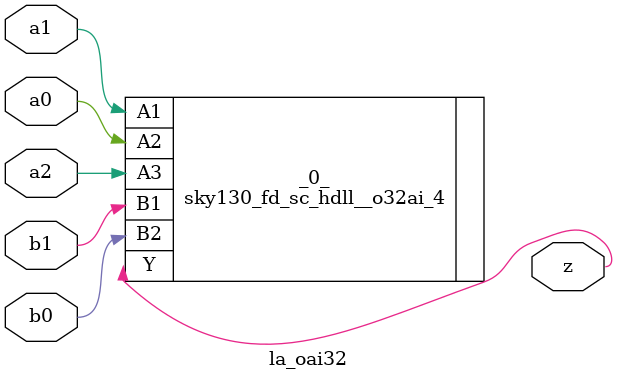
<source format=v>

/* Generated by Yosys 0.44 (git sha1 80ba43d26, g++ 11.4.0-1ubuntu1~22.04 -fPIC -O3) */

(* top =  1  *)
(* src = "inputs/la_oai32.v:10.1-23.10" *)
module la_oai32 (
    a0,
    a1,
    a2,
    b0,
    b1,
    z
);
  (* src = "inputs/la_oai32.v:13.12-13.14" *)
  input a0;
  wire a0;
  (* src = "inputs/la_oai32.v:14.12-14.14" *)
  input a1;
  wire a1;
  (* src = "inputs/la_oai32.v:15.12-15.14" *)
  input a2;
  wire a2;
  (* src = "inputs/la_oai32.v:16.12-16.14" *)
  input b0;
  wire b0;
  (* src = "inputs/la_oai32.v:17.12-17.14" *)
  input b1;
  wire b1;
  (* src = "inputs/la_oai32.v:18.12-18.13" *)
  output z;
  wire z;
  sky130_fd_sc_hdll__o32ai_4 _0_ (
      .A1(a1),
      .A2(a0),
      .A3(a2),
      .B1(b1),
      .B2(b0),
      .Y (z)
  );
endmodule

</source>
